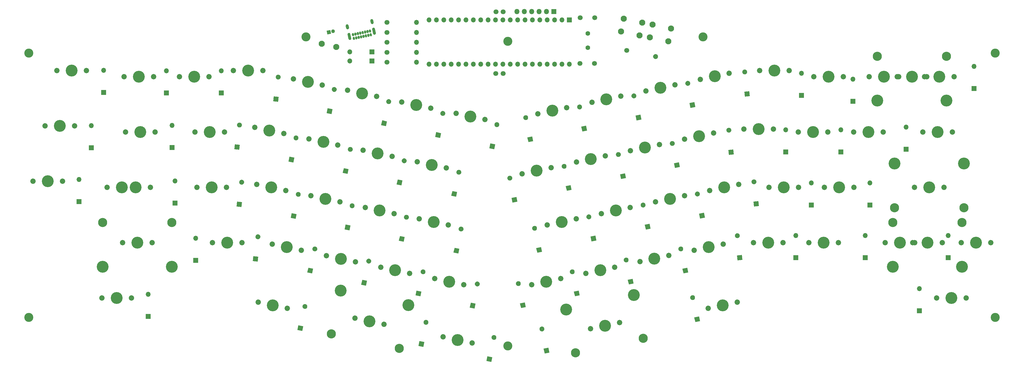
<source format=gbr>
%TF.GenerationSoftware,KiCad,Pcbnew,(5.1.6)-1*%
%TF.CreationDate,2020-08-11T10:36:00-07:00*%
%TF.ProjectId,sesame,73657361-6d65-42e6-9b69-6361645f7063,rev?*%
%TF.SameCoordinates,Original*%
%TF.FileFunction,Soldermask,Top*%
%TF.FilePolarity,Negative*%
%FSLAX46Y46*%
G04 Gerber Fmt 4.6, Leading zero omitted, Abs format (unit mm)*
G04 Created by KiCad (PCBNEW (5.1.6)-1) date 2020-08-11 10:36:00*
%MOMM*%
%LPD*%
G01*
G04 APERTURE LIST*
%ADD10C,3.100000*%
%ADD11C,1.300000*%
%ADD12C,0.100000*%
%ADD13C,4.087800*%
%ADD14C,1.850000*%
%ADD15O,1.800000X1.800000*%
%ADD16R,1.800000X1.800000*%
%ADD17C,3.148000*%
%ADD18O,1.700000X1.700000*%
%ADD19R,1.700000X1.700000*%
%ADD20C,1.600000*%
%ADD21C,2.100000*%
%ADD22C,1.700000*%
G04 APERTURE END LIST*
D10*
%TO.C,REF\u002A\u002A*%
X278955500Y-75565000D03*
%TD*%
D11*
%TO.C,C1*%
X151771721Y-73665632D03*
D12*
G36*
X149803847Y-74748439D02*
G01*
X149533561Y-73476847D01*
X150805153Y-73206561D01*
X151075439Y-74478153D01*
X149803847Y-74748439D01*
G37*
%TD*%
D13*
%TO.C,MX23*%
X185674000Y-119697500D03*
D14*
X180705010Y-118641309D03*
X190642990Y-120753691D03*
%TD*%
D15*
%TO.C,AVR1*%
X215011000Y-66865500D03*
X217551000Y-66865500D03*
X220091000Y-66865500D03*
X222631000Y-66865500D03*
X225171000Y-66865500D03*
D16*
X227711000Y-66865500D03*
%TD*%
D10*
%TO.C,REF\u002A\u002A*%
X142430500Y-75565000D03*
%TD*%
D13*
%TO.C,MX61*%
X356171500Y-146494500D03*
D14*
X351091500Y-146494500D03*
X361251500Y-146494500D03*
D17*
X344265250Y-139509500D03*
X368077750Y-139509500D03*
D13*
X344265250Y-154749500D03*
X368077750Y-154749500D03*
%TD*%
%TO.C,MX59*%
X346710000Y-146494500D03*
D14*
X341630000Y-146494500D03*
X351790000Y-146494500D03*
%TD*%
D13*
%TO.C,MX31*%
X359664000Y-108394500D03*
D14*
X354584000Y-108394500D03*
X364744000Y-108394500D03*
%TD*%
D13*
%TO.C,MX15*%
X350837500Y-89281000D03*
D14*
X345757500Y-89281000D03*
X355917500Y-89281000D03*
D17*
X338931250Y-82296000D03*
X362743750Y-82296000D03*
D13*
X338931250Y-97536000D03*
X362743750Y-97536000D03*
%TD*%
%TO.C,MX33*%
X83820000Y-127444500D03*
D14*
X78740000Y-127444500D03*
X88900000Y-127444500D03*
%TD*%
D13*
%TO.C,MX18*%
X85471000Y-108394500D03*
D14*
X80391000Y-108394500D03*
X90551000Y-108394500D03*
%TD*%
D13*
%TO.C,MX69*%
X79070200Y-127457200D03*
D14*
X73990200Y-127457200D03*
X84150200Y-127457200D03*
%TD*%
D18*
%TO.C,D60*%
X334772000Y-144018000D03*
D19*
X334772000Y-151638000D03*
%TD*%
D18*
%TO.C,U1*%
X233045000Y-85026500D03*
X184785000Y-69786500D03*
X230505000Y-85026500D03*
X187325000Y-69786500D03*
X227965000Y-85026500D03*
X189865000Y-69786500D03*
X225425000Y-85026500D03*
X192405000Y-69786500D03*
X222885000Y-85026500D03*
X194945000Y-69786500D03*
X220345000Y-85026500D03*
X197485000Y-69786500D03*
X217805000Y-85026500D03*
X200025000Y-69786500D03*
X215265000Y-85026500D03*
X202565000Y-69786500D03*
X212725000Y-85026500D03*
X205105000Y-69786500D03*
X210185000Y-85026500D03*
X207645000Y-69786500D03*
X207645000Y-85026500D03*
X210185000Y-69786500D03*
X205105000Y-85026500D03*
X212725000Y-69786500D03*
X202565000Y-85026500D03*
X215265000Y-69786500D03*
X200025000Y-85026500D03*
X217805000Y-69786500D03*
X197485000Y-85026500D03*
X220345000Y-69786500D03*
X194945000Y-85026500D03*
X222885000Y-69786500D03*
X192405000Y-85026500D03*
X225425000Y-69786500D03*
X189865000Y-85026500D03*
X227965000Y-69786500D03*
X187325000Y-85026500D03*
X230505000Y-69786500D03*
X184785000Y-85026500D03*
D19*
X233045000Y-69786500D03*
%TD*%
D13*
%TO.C,MX5*%
X143065500Y-91122500D03*
D14*
X138096510Y-90066309D03*
X148034490Y-92178691D03*
%TD*%
D10*
%TO.C,REF\u002A\u002A*%
X211836000Y-181991000D03*
%TD*%
%TO.C,REF\u002A\u002A*%
X379476000Y-172212000D03*
%TD*%
%TO.C,REF\u002A\u002A*%
X379476000Y-81153000D03*
%TD*%
%TO.C,REF\u002A\u002A*%
X47117000Y-81153000D03*
%TD*%
%TO.C,REF\u002A\u002A*%
X47117000Y-172212000D03*
%TD*%
%TO.C,REF\u002A\u002A*%
X211836000Y-77089000D03*
%TD*%
D20*
%TO.C,XTAL1*%
X239331500Y-79302000D03*
X239331500Y-74422000D03*
%TD*%
D13*
%TO.C,MX24*%
X221742000Y-121666000D03*
D14*
X216773010Y-122722191D03*
X226710990Y-120609809D03*
%TD*%
D13*
%TO.C,MX28*%
X298132500Y-107315000D03*
D14*
X293052500Y-107315000D03*
X303212500Y-107315000D03*
%TD*%
D13*
%TO.C,MX66*%
X245300500Y-175069500D03*
D14*
X240331510Y-176125691D03*
X250269490Y-174013309D03*
D17*
X235106693Y-184377310D03*
X258398833Y-179426412D03*
D13*
X231938119Y-169470340D03*
X255230259Y-164519443D03*
%TD*%
%TO.C,MX65*%
X194564000Y-179959000D03*
D14*
X189595010Y-178902809D03*
X199532990Y-181015191D03*
%TD*%
D13*
%TO.C,MX64*%
X164274500Y-173545500D03*
D14*
X159305510Y-172489309D03*
X169243490Y-174601691D03*
D17*
X151176167Y-177902412D03*
X174468307Y-182853310D03*
D13*
X154344741Y-162995443D03*
X177636881Y-167946340D03*
%TD*%
%TO.C,MX46*%
X356806500Y-127444500D03*
D14*
X351726500Y-127444500D03*
X361886500Y-127444500D03*
D17*
X344900250Y-134429500D03*
X368712750Y-134429500D03*
D13*
X344900250Y-119189500D03*
X368712750Y-119189500D03*
%TD*%
%TO.C,MX47*%
X84391500Y-146494500D03*
D14*
X79311500Y-146494500D03*
X89471500Y-146494500D03*
D17*
X72485250Y-139509500D03*
X96297750Y-139509500D03*
D13*
X72485250Y-154749500D03*
X96297750Y-154749500D03*
%TD*%
%TO.C,MX16*%
X360299000Y-89281000D03*
D14*
X355219000Y-89281000D03*
X365379000Y-89281000D03*
%TD*%
D13*
%TO.C,MX45*%
X341249000Y-89281000D03*
D14*
X336169000Y-89281000D03*
X346329000Y-89281000D03*
%TD*%
D13*
%TO.C,MX68*%
X364426500Y-165544500D03*
D14*
X359346500Y-165544500D03*
X369506500Y-165544500D03*
%TD*%
D13*
%TO.C,MX67*%
X285750000Y-168021000D03*
D14*
X280781010Y-169077191D03*
X290718990Y-166964809D03*
%TD*%
D13*
%TO.C,MX63*%
X131000500Y-168021000D03*
D14*
X126031510Y-166964809D03*
X135969490Y-169077191D03*
%TD*%
D13*
%TO.C,MX62*%
X77279500Y-165481000D03*
D14*
X72199500Y-165481000D03*
X82359500Y-165481000D03*
%TD*%
D13*
%TO.C,MX60*%
X372872000Y-146494500D03*
D14*
X367792000Y-146494500D03*
X377952000Y-146494500D03*
%TD*%
D13*
%TO.C,MX58*%
X320484500Y-146494500D03*
D14*
X315404500Y-146494500D03*
X325564500Y-146494500D03*
%TD*%
D13*
%TO.C,MX57*%
X301434500Y-146494500D03*
D14*
X296354500Y-146494500D03*
X306514500Y-146494500D03*
%TD*%
D13*
%TO.C,MX56*%
X280924000Y-148018500D03*
D14*
X275955010Y-149074691D03*
X285892990Y-146962309D03*
%TD*%
D13*
%TO.C,MX55*%
X262255000Y-151955500D03*
D14*
X257286010Y-153011691D03*
X267223990Y-150899309D03*
%TD*%
D13*
%TO.C,MX54*%
X243649500Y-155956000D03*
D14*
X238680510Y-157012191D03*
X248618490Y-154899809D03*
%TD*%
D13*
%TO.C,MX53*%
X225044000Y-159893000D03*
D14*
X220075010Y-160949191D03*
X230012990Y-158836809D03*
%TD*%
D13*
%TO.C,MX52*%
X191706500Y-159893000D03*
D14*
X186737510Y-158836809D03*
X196675490Y-160949191D03*
%TD*%
D13*
%TO.C,MX51*%
X173101000Y-155956000D03*
D14*
X168132010Y-154899809D03*
X178069990Y-157012191D03*
%TD*%
D13*
%TO.C,MX50*%
X154432000Y-152019000D03*
D14*
X149463010Y-150962809D03*
X159400990Y-153075191D03*
%TD*%
D13*
%TO.C,MX49*%
X135826500Y-148018500D03*
D14*
X130857510Y-146962309D03*
X140795490Y-149074691D03*
%TD*%
D13*
%TO.C,MX48*%
X115316000Y-146431000D03*
D14*
X110236000Y-146431000D03*
X120396000Y-146431000D03*
%TD*%
D13*
%TO.C,MX44*%
X325818500Y-127444500D03*
D14*
X320738500Y-127444500D03*
X330898500Y-127444500D03*
%TD*%
D13*
%TO.C,MX43*%
X306768500Y-127444500D03*
D14*
X301688500Y-127444500D03*
X311848500Y-127444500D03*
%TD*%
D13*
%TO.C,MX42*%
X286258000Y-127444500D03*
D14*
X281289010Y-128500691D03*
X291226990Y-126388309D03*
%TD*%
D13*
%TO.C,MX41*%
X267652500Y-131381500D03*
D14*
X262683510Y-132437691D03*
X272621490Y-130325309D03*
%TD*%
D13*
%TO.C,MX40*%
X248983500Y-135382000D03*
D14*
X244014510Y-136438191D03*
X253952490Y-134325809D03*
%TD*%
D13*
%TO.C,MX39*%
X230378000Y-139319000D03*
D14*
X225409010Y-140375191D03*
X235346990Y-138262809D03*
%TD*%
D13*
%TO.C,MX38*%
X186372500Y-139319000D03*
D14*
X181403510Y-138262809D03*
X191341490Y-140375191D03*
%TD*%
D13*
%TO.C,MX37*%
X167767000Y-135382000D03*
D14*
X162798010Y-134325809D03*
X172735990Y-136438191D03*
%TD*%
D13*
%TO.C,MX36*%
X149098000Y-131381500D03*
D14*
X144129010Y-130325309D03*
X154066990Y-132437691D03*
%TD*%
D13*
%TO.C,MX35*%
X130492500Y-127444500D03*
D14*
X125523510Y-126388309D03*
X135461490Y-128500691D03*
%TD*%
D13*
%TO.C,MX34*%
X109982000Y-127444500D03*
D14*
X104902000Y-127444500D03*
X115062000Y-127444500D03*
%TD*%
D13*
%TO.C,MX32*%
X53594000Y-125285500D03*
D14*
X48514000Y-125285500D03*
X58674000Y-125285500D03*
%TD*%
D13*
%TO.C,MX30*%
X335851500Y-108394500D03*
D14*
X330771500Y-108394500D03*
X340931500Y-108394500D03*
%TD*%
D13*
%TO.C,MX29*%
X316801500Y-108394500D03*
D14*
X311721500Y-108394500D03*
X321881500Y-108394500D03*
%TD*%
D13*
%TO.C,MX27*%
X277622000Y-109791500D03*
D14*
X272653010Y-110847691D03*
X282590990Y-108735309D03*
%TD*%
D13*
%TO.C,MX26*%
X259016500Y-113728500D03*
D14*
X254047510Y-114784691D03*
X263985490Y-112672309D03*
%TD*%
D13*
%TO.C,MX25*%
X240411000Y-117665500D03*
D14*
X235442010Y-118721691D03*
X245379990Y-116609309D03*
%TD*%
D13*
%TO.C,MX22*%
X167068500Y-115697000D03*
D14*
X162099510Y-114640809D03*
X172037490Y-116753191D03*
%TD*%
D13*
%TO.C,MX21*%
X148399500Y-111760000D03*
D14*
X143430510Y-110703809D03*
X153368490Y-112816191D03*
%TD*%
D13*
%TO.C,MX20*%
X129794000Y-107823000D03*
D14*
X124825010Y-106766809D03*
X134762990Y-108879191D03*
%TD*%
D13*
%TO.C,MX19*%
X109283500Y-108394500D03*
D14*
X104203500Y-108394500D03*
X114363500Y-108394500D03*
%TD*%
D13*
%TO.C,MX17*%
X57721500Y-106235500D03*
D14*
X52641500Y-106235500D03*
X62801500Y-106235500D03*
%TD*%
D13*
%TO.C,MX14*%
X322199000Y-89281000D03*
D14*
X317119000Y-89281000D03*
X327279000Y-89281000D03*
%TD*%
D13*
%TO.C,MX13*%
X303530000Y-87185500D03*
D14*
X298450000Y-87185500D03*
X308610000Y-87185500D03*
%TD*%
D13*
%TO.C,MX12*%
X283019500Y-89154000D03*
D14*
X278050510Y-90210191D03*
X287988490Y-88097809D03*
%TD*%
D13*
%TO.C,MX11*%
X264350500Y-93154500D03*
D14*
X259381510Y-94210691D03*
X269319490Y-92098309D03*
%TD*%
D13*
%TO.C,MX10*%
X245745000Y-97091500D03*
D14*
X240776010Y-98147691D03*
X250713990Y-96035309D03*
%TD*%
D13*
%TO.C,MX9*%
X227139500Y-101028500D03*
D14*
X222170510Y-102084691D03*
X232108490Y-99972309D03*
%TD*%
D13*
%TO.C,MX8*%
X199009000Y-102997000D03*
D14*
X194040010Y-101940809D03*
X203977990Y-104053191D03*
%TD*%
D13*
%TO.C,MX7*%
X180340000Y-99060000D03*
D14*
X175371010Y-98003809D03*
X185308990Y-100116191D03*
%TD*%
D13*
%TO.C,MX6*%
X161734500Y-95059500D03*
D14*
X156765510Y-94003309D03*
X166703490Y-96115691D03*
%TD*%
D13*
%TO.C,MX4*%
X122555000Y-87185500D03*
D14*
X117475000Y-87185500D03*
X127635000Y-87185500D03*
%TD*%
D13*
%TO.C,MX3*%
X103981250Y-89281000D03*
D14*
X98901250Y-89281000D03*
X109061250Y-89281000D03*
%TD*%
D13*
%TO.C,MX2*%
X84931250Y-89281000D03*
D14*
X79851250Y-89281000D03*
X90011250Y-89281000D03*
%TD*%
D13*
%TO.C,MX1*%
X61849000Y-87185500D03*
D14*
X56769000Y-87185500D03*
X66929000Y-87185500D03*
%TD*%
%TO.C,USB1*%
G36*
G01*
X163373821Y-74984970D02*
X163446590Y-75327322D01*
G75*
G02*
X163157752Y-75772094I-366805J-77967D01*
G01*
X163157752Y-75772094D01*
G75*
G02*
X162712980Y-75483256I-77967J366805D01*
G01*
X162640210Y-75140904D01*
G75*
G02*
X162929048Y-74696132I366805J77967D01*
G01*
X162929048Y-74696132D01*
G75*
G02*
X163373820Y-74984970I77967J-366805D01*
G01*
G37*
G36*
G01*
X165036671Y-74631520D02*
X165109440Y-74973872D01*
G75*
G02*
X164820602Y-75418644I-366805J-77967D01*
G01*
X164820602Y-75418644D01*
G75*
G02*
X164375830Y-75129806I-77967J366805D01*
G01*
X164303060Y-74787454D01*
G75*
G02*
X164591898Y-74342682I366805J77967D01*
G01*
X164591898Y-74342682D01*
G75*
G02*
X165036670Y-74631520I77967J-366805D01*
G01*
G37*
G36*
G01*
X164205246Y-74808245D02*
X164278015Y-75150597D01*
G75*
G02*
X163989177Y-75595369I-366805J-77967D01*
G01*
X163989177Y-75595369D01*
G75*
G02*
X163544405Y-75306531I-77967J366805D01*
G01*
X163471635Y-74964179D01*
G75*
G02*
X163760473Y-74519407I366805J77967D01*
G01*
X163760473Y-74519407D01*
G75*
G02*
X164205245Y-74808245I77967J-366805D01*
G01*
G37*
G36*
G01*
X162542395Y-75161695D02*
X162615164Y-75504047D01*
G75*
G02*
X162326326Y-75948819I-366805J-77967D01*
G01*
X162326326Y-75948819D01*
G75*
G02*
X161881554Y-75659981I-77967J366805D01*
G01*
X161808784Y-75317629D01*
G75*
G02*
X162097622Y-74872857I366805J77967D01*
G01*
X162097622Y-74872857D01*
G75*
G02*
X162542394Y-75161695I77967J-366805D01*
G01*
G37*
G36*
G01*
X161710970Y-75338420D02*
X161783739Y-75680772D01*
G75*
G02*
X161494901Y-76125544I-366805J-77967D01*
G01*
X161494901Y-76125544D01*
G75*
G02*
X161050129Y-75836706I-77967J366805D01*
G01*
X160977359Y-75494354D01*
G75*
G02*
X161266197Y-75049582I366805J77967D01*
G01*
X161266197Y-75049582D01*
G75*
G02*
X161710969Y-75338420I77967J-366805D01*
G01*
G37*
G36*
G01*
X160879544Y-75515145D02*
X160952313Y-75857497D01*
G75*
G02*
X160663475Y-76302269I-366805J-77967D01*
G01*
X160663475Y-76302269D01*
G75*
G02*
X160218703Y-76013431I-77967J366805D01*
G01*
X160145933Y-75671079D01*
G75*
G02*
X160434771Y-75226307I366805J77967D01*
G01*
X160434771Y-75226307D01*
G75*
G02*
X160879543Y-75515145I77967J-366805D01*
G01*
G37*
G36*
G01*
X160048119Y-75691870D02*
X160120888Y-76034222D01*
G75*
G02*
X159832050Y-76478994I-366805J-77967D01*
G01*
X159832050Y-76478994D01*
G75*
G02*
X159387278Y-76190156I-77967J366805D01*
G01*
X159314508Y-75847804D01*
G75*
G02*
X159603346Y-75403032I366805J77967D01*
G01*
X159603346Y-75403032D01*
G75*
G02*
X160048118Y-75691870I77967J-366805D01*
G01*
G37*
G36*
G01*
X159216693Y-75868595D02*
X159289462Y-76210947D01*
G75*
G02*
X159000624Y-76655719I-366805J-77967D01*
G01*
X159000624Y-76655719D01*
G75*
G02*
X158555852Y-76366881I-77967J366805D01*
G01*
X158483082Y-76024529D01*
G75*
G02*
X158771920Y-75579757I366805J77967D01*
G01*
X158771920Y-75579757D01*
G75*
G02*
X159216692Y-75868595I77967J-366805D01*
G01*
G37*
G36*
G01*
X164761188Y-73335475D02*
X164833957Y-73677827D01*
G75*
G02*
X164545119Y-74122599I-366805J-77967D01*
G01*
X164545119Y-74122599D01*
G75*
G02*
X164100347Y-73833761I-77967J366805D01*
G01*
X164027577Y-73491409D01*
G75*
G02*
X164316415Y-73046637I366805J77967D01*
G01*
X164316415Y-73046637D01*
G75*
G02*
X164761187Y-73335475I77967J-366805D01*
G01*
G37*
G36*
G01*
X163924872Y-73513239D02*
X163997641Y-73855591D01*
G75*
G02*
X163708803Y-74300363I-366805J-77967D01*
G01*
X163708803Y-74300363D01*
G75*
G02*
X163264031Y-74011525I-77967J366805D01*
G01*
X163191261Y-73669173D01*
G75*
G02*
X163480099Y-73224401I366805J77967D01*
G01*
X163480099Y-73224401D01*
G75*
G02*
X163924871Y-73513239I77967J-366805D01*
G01*
G37*
G36*
G01*
X163093447Y-73689964D02*
X163166216Y-74032316D01*
G75*
G02*
X162877378Y-74477088I-366805J-77967D01*
G01*
X162877378Y-74477088D01*
G75*
G02*
X162432606Y-74188250I-77967J366805D01*
G01*
X162359836Y-73845898D01*
G75*
G02*
X162648674Y-73401126I366805J77967D01*
G01*
X162648674Y-73401126D01*
G75*
G02*
X163093446Y-73689964I77967J-366805D01*
G01*
G37*
G36*
G01*
X162262021Y-73866689D02*
X162334790Y-74209041D01*
G75*
G02*
X162045952Y-74653813I-366805J-77967D01*
G01*
X162045952Y-74653813D01*
G75*
G02*
X161601180Y-74364975I-77967J366805D01*
G01*
X161528410Y-74022623D01*
G75*
G02*
X161817248Y-73577851I366805J77967D01*
G01*
X161817248Y-73577851D01*
G75*
G02*
X162262020Y-73866689I77967J-366805D01*
G01*
G37*
G36*
G01*
X161430596Y-74043414D02*
X161503365Y-74385766D01*
G75*
G02*
X161214527Y-74830538I-366805J-77967D01*
G01*
X161214527Y-74830538D01*
G75*
G02*
X160769755Y-74541700I-77967J366805D01*
G01*
X160696985Y-74199348D01*
G75*
G02*
X160985823Y-73754576I366805J77967D01*
G01*
X160985823Y-73754576D01*
G75*
G02*
X161430595Y-74043414I77967J-366805D01*
G01*
G37*
G36*
G01*
X160599170Y-74220139D02*
X160671939Y-74562491D01*
G75*
G02*
X160383101Y-75007263I-366805J-77967D01*
G01*
X160383101Y-75007263D01*
G75*
G02*
X159938329Y-74718425I-77967J366805D01*
G01*
X159865559Y-74376073D01*
G75*
G02*
X160154397Y-73931301I366805J77967D01*
G01*
X160154397Y-73931301D01*
G75*
G02*
X160599169Y-74220139I77967J-366805D01*
G01*
G37*
G36*
G01*
X159767745Y-74396864D02*
X159840514Y-74739216D01*
G75*
G02*
X159551676Y-75183988I-366805J-77967D01*
G01*
X159551676Y-75183988D01*
G75*
G02*
X159106904Y-74895150I-77967J366805D01*
G01*
X159034134Y-74552798D01*
G75*
G02*
X159322972Y-74108026I366805J77967D01*
G01*
X159322972Y-74108026D01*
G75*
G02*
X159767744Y-74396864I77967J-366805D01*
G01*
G37*
G36*
G01*
X158936319Y-74573589D02*
X159009088Y-74915941D01*
G75*
G02*
X158720250Y-75360713I-366805J-77967D01*
G01*
X158720250Y-75360713D01*
G75*
G02*
X158275478Y-75071875I-77967J366805D01*
G01*
X158202708Y-74729523D01*
G75*
G02*
X158491546Y-74284751I366805J77967D01*
G01*
X158491546Y-74284751D01*
G75*
G02*
X158936318Y-74573589I77967J-366805D01*
G01*
G37*
G36*
G01*
X166156136Y-72803831D02*
X166468004Y-74271053D01*
G75*
G02*
X166082886Y-74864083I-489074J-103956D01*
G01*
X166082886Y-74864083D01*
G75*
G02*
X165489856Y-74478965I-103956J489074D01*
G01*
X165177988Y-73011743D01*
G75*
G02*
X165563106Y-72418713I489074J103956D01*
G01*
X165563106Y-72418713D01*
G75*
G02*
X166156136Y-72803831I103956J-489074D01*
G01*
G37*
G36*
G01*
X157695159Y-74602267D02*
X158007027Y-76069489D01*
G75*
G02*
X157621909Y-76662519I-489074J-103956D01*
G01*
X157621909Y-76662519D01*
G75*
G02*
X157028879Y-76277401I-103956J489074D01*
G01*
X156717011Y-74810179D01*
G75*
G02*
X157102129Y-74217149I489074J103956D01*
G01*
X157102129Y-74217149D01*
G75*
G02*
X157695159Y-74602267I103956J-489074D01*
G01*
G37*
G36*
G01*
X165526164Y-69840044D02*
X165692494Y-70622562D01*
G75*
G02*
X165307376Y-71215592I-489074J-103956D01*
G01*
X165307376Y-71215592D01*
G75*
G02*
X164714346Y-70830474I-103956J489074D01*
G01*
X164548016Y-70047956D01*
G75*
G02*
X164933134Y-69454926I489074J103956D01*
G01*
X164933134Y-69454926D01*
G75*
G02*
X165526164Y-69840044I103956J-489074D01*
G01*
G37*
G36*
G01*
X157065187Y-71638480D02*
X157231517Y-72420998D01*
G75*
G02*
X156846399Y-73014028I-489074J-103956D01*
G01*
X156846399Y-73014028D01*
G75*
G02*
X156253369Y-72628910I-103956J489074D01*
G01*
X156087039Y-71846392D01*
G75*
G02*
X156472157Y-71253362I489074J103956D01*
G01*
X156472157Y-71253362D01*
G75*
G02*
X157065187Y-71638480I103956J-489074D01*
G01*
G37*
%TD*%
D21*
%TO.C,Reset1*%
X267977959Y-72725426D03*
X267042357Y-77127090D03*
X261620000Y-71374000D03*
X260684397Y-75775664D03*
%TD*%
%TO.C,R6*%
G36*
G01*
X261836555Y-82199658D02*
X261836555Y-82199658D01*
G75*
G02*
X262844705Y-81544958I831425J-176725D01*
G01*
X262844705Y-81544958D01*
G75*
G02*
X263499405Y-82553108I-176725J-831425D01*
G01*
X263499405Y-82553108D01*
G75*
G02*
X262491255Y-83207808I-831425J176725D01*
G01*
X262491255Y-83207808D01*
G75*
G02*
X261836555Y-82199658I176725J831425D01*
G01*
G37*
D22*
X252730000Y-80264000D03*
%TD*%
D18*
%TO.C,R5*%
X180403500Y-70612000D03*
D22*
X170243500Y-70612000D03*
%TD*%
D18*
%TO.C,R4*%
X180403500Y-74041000D03*
D22*
X170243500Y-74041000D03*
%TD*%
D18*
%TO.C,R3*%
X180403500Y-80899000D03*
D22*
X170243500Y-80899000D03*
%TD*%
D18*
%TO.C,R2*%
X180403500Y-77470000D03*
D22*
X170243500Y-77470000D03*
%TD*%
D18*
%TO.C,R1*%
X180403500Y-84328000D03*
D22*
X170243500Y-84328000D03*
%TD*%
D21*
%TO.C,F1*%
X152794911Y-79043973D03*
X147828000Y-77978000D03*
%TD*%
D18*
%TO.C,D68*%
X353441000Y-162306000D03*
D19*
X353441000Y-169926000D03*
%TD*%
%TO.C,D67*%
G36*
G01*
X275579438Y-166224940D02*
X275579438Y-166224940D01*
G75*
G02*
X274571288Y-165570240I-176725J831425D01*
G01*
X274571288Y-165570240D01*
G75*
G02*
X275225988Y-164562090I831425J176725D01*
G01*
X275225988Y-164562090D01*
G75*
G02*
X276234138Y-165216790I176725J-831425D01*
G01*
X276234138Y-165216790D01*
G75*
G02*
X275579438Y-166224940I-831425J-176725D01*
G01*
G37*
D12*
G36*
X277995150Y-173501701D02*
G01*
X276332299Y-173855150D01*
X275978850Y-172192299D01*
X277641701Y-171838850D01*
X277995150Y-173501701D01*
G37*
%TD*%
%TO.C,D66*%
G36*
G01*
X223763438Y-177019940D02*
X223763438Y-177019940D01*
G75*
G02*
X222755288Y-176365240I-176725J831425D01*
G01*
X222755288Y-176365240D01*
G75*
G02*
X223409988Y-175357090I831425J176725D01*
G01*
X223409988Y-175357090D01*
G75*
G02*
X224418138Y-176011790I176725J-831425D01*
G01*
X224418138Y-176011790D01*
G75*
G02*
X223763438Y-177019940I-831425J-176725D01*
G01*
G37*
G36*
X226179150Y-184296701D02*
G01*
X224516299Y-184650150D01*
X224162850Y-182987299D01*
X225825701Y-182633850D01*
X226179150Y-184296701D01*
G37*
%TD*%
%TO.C,D65*%
G36*
G01*
X206893562Y-179940940D02*
X206893562Y-179940940D01*
G75*
G02*
X206238862Y-178932790I176725J831425D01*
G01*
X206238862Y-178932790D01*
G75*
G02*
X207247012Y-178278090I831425J-176725D01*
G01*
X207247012Y-178278090D01*
G75*
G02*
X207901712Y-179286240I-176725J-831425D01*
G01*
X207901712Y-179286240D01*
G75*
G02*
X206893562Y-179940940I-831425J176725D01*
G01*
G37*
G36*
X206140701Y-187571150D02*
G01*
X204477850Y-187217701D01*
X204831299Y-185554850D01*
X206494150Y-185908299D01*
X206140701Y-187571150D01*
G37*
%TD*%
%TO.C,D64*%
G36*
G01*
X183525562Y-174733940D02*
X183525562Y-174733940D01*
G75*
G02*
X182870862Y-173725790I176725J831425D01*
G01*
X182870862Y-173725790D01*
G75*
G02*
X183879012Y-173071090I831425J-176725D01*
G01*
X183879012Y-173071090D01*
G75*
G02*
X184533712Y-174079240I-176725J-831425D01*
G01*
X184533712Y-174079240D01*
G75*
G02*
X183525562Y-174733940I-831425J176725D01*
G01*
G37*
G36*
X182772701Y-182364150D02*
G01*
X181109850Y-182010701D01*
X181463299Y-180347850D01*
X183126150Y-180701299D01*
X182772701Y-182364150D01*
G37*
%TD*%
%TO.C,D63*%
G36*
G01*
X141869562Y-169272940D02*
X141869562Y-169272940D01*
G75*
G02*
X141214862Y-168264790I176725J831425D01*
G01*
X141214862Y-168264790D01*
G75*
G02*
X142223012Y-167610090I831425J-176725D01*
G01*
X142223012Y-167610090D01*
G75*
G02*
X142877712Y-168618240I-176725J-831425D01*
G01*
X142877712Y-168618240D01*
G75*
G02*
X141869562Y-169272940I-831425J176725D01*
G01*
G37*
G36*
X141116701Y-176903150D02*
G01*
X139453850Y-176549701D01*
X139807299Y-174886850D01*
X141470150Y-175240299D01*
X141116701Y-176903150D01*
G37*
%TD*%
D18*
%TO.C,D62*%
X88138000Y-164211000D03*
D19*
X88138000Y-171831000D03*
%TD*%
D18*
%TO.C,D61*%
X363347000Y-144018000D03*
D19*
X363347000Y-151638000D03*
%TD*%
D18*
%TO.C,D59*%
X310896000Y-144018000D03*
D19*
X310896000Y-151638000D03*
%TD*%
%TO.C,D58*%
G36*
G01*
X290884342Y-144905087D02*
X290884342Y-144905087D01*
G75*
G02*
X289950149Y-144148592I-88849J845344D01*
G01*
X289950149Y-144148592D01*
G75*
G02*
X290706644Y-143214399I845344J88849D01*
G01*
X290706644Y-143214399D01*
G75*
G02*
X291640837Y-143970894I88849J-845344D01*
G01*
X291640837Y-143970894D01*
G75*
G02*
X290884342Y-144905087I-845344J-88849D01*
G01*
G37*
D12*
G36*
X292526193Y-152394494D02*
G01*
X290835506Y-152572193D01*
X290657807Y-150881506D01*
X292348494Y-150703807D01*
X292526193Y-152394494D01*
G37*
%TD*%
%TO.C,D57*%
G36*
G01*
X271515438Y-149460940D02*
X271515438Y-149460940D01*
G75*
G02*
X270507288Y-148806240I-176725J831425D01*
G01*
X270507288Y-148806240D01*
G75*
G02*
X271161988Y-147798090I831425J176725D01*
G01*
X271161988Y-147798090D01*
G75*
G02*
X272170138Y-148452790I176725J-831425D01*
G01*
X272170138Y-148452790D01*
G75*
G02*
X271515438Y-149460940I-831425J-176725D01*
G01*
G37*
G36*
X273931150Y-156737701D02*
G01*
X272268299Y-157091150D01*
X271914850Y-155428299D01*
X273577701Y-155074850D01*
X273931150Y-156737701D01*
G37*
%TD*%
%TO.C,D56*%
G36*
G01*
X252719438Y-153270940D02*
X252719438Y-153270940D01*
G75*
G02*
X251711288Y-152616240I-176725J831425D01*
G01*
X251711288Y-152616240D01*
G75*
G02*
X252365988Y-151608090I831425J176725D01*
G01*
X252365988Y-151608090D01*
G75*
G02*
X253374138Y-152262790I176725J-831425D01*
G01*
X253374138Y-152262790D01*
G75*
G02*
X252719438Y-153270940I-831425J-176725D01*
G01*
G37*
G36*
X255135150Y-160547701D02*
G01*
X253472299Y-160901150D01*
X253118850Y-159238299D01*
X254781701Y-158884850D01*
X255135150Y-160547701D01*
G37*
%TD*%
%TO.C,D55*%
G36*
G01*
X234177438Y-157334940D02*
X234177438Y-157334940D01*
G75*
G02*
X233169288Y-156680240I-176725J831425D01*
G01*
X233169288Y-156680240D01*
G75*
G02*
X233823988Y-155672090I831425J176725D01*
G01*
X233823988Y-155672090D01*
G75*
G02*
X234832138Y-156326790I176725J-831425D01*
G01*
X234832138Y-156326790D01*
G75*
G02*
X234177438Y-157334940I-831425J-176725D01*
G01*
G37*
G36*
X236593150Y-164611701D02*
G01*
X234930299Y-164965150D01*
X234576850Y-163302299D01*
X236239701Y-162948850D01*
X236593150Y-164611701D01*
G37*
%TD*%
%TO.C,D54*%
G36*
G01*
X215635438Y-161398940D02*
X215635438Y-161398940D01*
G75*
G02*
X214627288Y-160744240I-176725J831425D01*
G01*
X214627288Y-160744240D01*
G75*
G02*
X215281988Y-159736090I831425J176725D01*
G01*
X215281988Y-159736090D01*
G75*
G02*
X216290138Y-160390790I176725J-831425D01*
G01*
X216290138Y-160390790D01*
G75*
G02*
X215635438Y-161398940I-831425J-176725D01*
G01*
G37*
G36*
X218051150Y-168675701D02*
G01*
X216388299Y-169029150D01*
X216034850Y-167366299D01*
X217697701Y-167012850D01*
X218051150Y-168675701D01*
G37*
%TD*%
%TO.C,D53*%
G36*
G01*
X201178562Y-161525940D02*
X201178562Y-161525940D01*
G75*
G02*
X200523862Y-160517790I176725J831425D01*
G01*
X200523862Y-160517790D01*
G75*
G02*
X201532012Y-159863090I831425J-176725D01*
G01*
X201532012Y-159863090D01*
G75*
G02*
X202186712Y-160871240I-176725J-831425D01*
G01*
X202186712Y-160871240D01*
G75*
G02*
X201178562Y-161525940I-831425J176725D01*
G01*
G37*
G36*
X200425701Y-169156150D02*
G01*
X198762850Y-168802701D01*
X199116299Y-167139850D01*
X200779150Y-167493299D01*
X200425701Y-169156150D01*
G37*
%TD*%
%TO.C,D52*%
G36*
G01*
X182509562Y-157334940D02*
X182509562Y-157334940D01*
G75*
G02*
X181854862Y-156326790I176725J831425D01*
G01*
X181854862Y-156326790D01*
G75*
G02*
X182863012Y-155672090I831425J-176725D01*
G01*
X182863012Y-155672090D01*
G75*
G02*
X183517712Y-156680240I-176725J-831425D01*
G01*
X183517712Y-156680240D01*
G75*
G02*
X182509562Y-157334940I-831425J176725D01*
G01*
G37*
G36*
X181756701Y-164965150D02*
G01*
X180093850Y-164611701D01*
X180447299Y-162948850D01*
X182110150Y-163302299D01*
X181756701Y-164965150D01*
G37*
%TD*%
%TO.C,D51*%
G36*
G01*
X163840562Y-153651940D02*
X163840562Y-153651940D01*
G75*
G02*
X163185862Y-152643790I176725J831425D01*
G01*
X163185862Y-152643790D01*
G75*
G02*
X164194012Y-151989090I831425J-176725D01*
G01*
X164194012Y-151989090D01*
G75*
G02*
X164848712Y-152997240I-176725J-831425D01*
G01*
X164848712Y-152997240D01*
G75*
G02*
X163840562Y-153651940I-831425J176725D01*
G01*
G37*
G36*
X163087701Y-161282150D02*
G01*
X161424850Y-160928701D01*
X161778299Y-159265850D01*
X163441150Y-159619299D01*
X163087701Y-161282150D01*
G37*
%TD*%
%TO.C,D50*%
G36*
G01*
X145298562Y-149460940D02*
X145298562Y-149460940D01*
G75*
G02*
X144643862Y-148452790I176725J831425D01*
G01*
X144643862Y-148452790D01*
G75*
G02*
X145652012Y-147798090I831425J-176725D01*
G01*
X145652012Y-147798090D01*
G75*
G02*
X146306712Y-148806240I-176725J-831425D01*
G01*
X146306712Y-148806240D01*
G75*
G02*
X145298562Y-149460940I-831425J176725D01*
G01*
G37*
G36*
X144545701Y-157091150D02*
G01*
X142882850Y-156737701D01*
X143236299Y-155074850D01*
X144899150Y-155428299D01*
X144545701Y-157091150D01*
G37*
%TD*%
%TO.C,D49*%
G36*
G01*
X125802658Y-145286087D02*
X125802658Y-145286087D01*
G75*
G02*
X125046163Y-144351894I88849J845344D01*
G01*
X125046163Y-144351894D01*
G75*
G02*
X125980356Y-143595399I845344J-88849D01*
G01*
X125980356Y-143595399D01*
G75*
G02*
X126736851Y-144529592I-88849J-845344D01*
G01*
X126736851Y-144529592D01*
G75*
G02*
X125802658Y-145286087I-845344J88849D01*
G01*
G37*
G36*
X125851494Y-152953193D02*
G01*
X124160807Y-152775494D01*
X124338506Y-151084807D01*
X126029193Y-151262506D01*
X125851494Y-152953193D01*
G37*
%TD*%
D18*
%TO.C,D48*%
X104521000Y-144907000D03*
D19*
X104521000Y-152527000D03*
%TD*%
D18*
%TO.C,D47*%
X336423000Y-125857000D03*
D19*
X336423000Y-133477000D03*
%TD*%
D18*
%TO.C,D45*%
X316230000Y-125857000D03*
D19*
X316230000Y-133477000D03*
%TD*%
%TO.C,D44*%
G36*
G01*
X296599342Y-126363087D02*
X296599342Y-126363087D01*
G75*
G02*
X295665149Y-125606592I-88849J845344D01*
G01*
X295665149Y-125606592D01*
G75*
G02*
X296421644Y-124672399I845344J88849D01*
G01*
X296421644Y-124672399D01*
G75*
G02*
X297355837Y-125428894I88849J-845344D01*
G01*
X297355837Y-125428894D01*
G75*
G02*
X296599342Y-126363087I-845344J-88849D01*
G01*
G37*
D12*
G36*
X298241193Y-133852494D02*
G01*
X296550506Y-134030193D01*
X296372807Y-132339506D01*
X298063494Y-132161807D01*
X298241193Y-133852494D01*
G37*
%TD*%
%TO.C,D43*%
G36*
G01*
X277230438Y-130537940D02*
X277230438Y-130537940D01*
G75*
G02*
X276222288Y-129883240I-176725J831425D01*
G01*
X276222288Y-129883240D01*
G75*
G02*
X276876988Y-128875090I831425J176725D01*
G01*
X276876988Y-128875090D01*
G75*
G02*
X277885138Y-129529790I176725J-831425D01*
G01*
X277885138Y-129529790D01*
G75*
G02*
X277230438Y-130537940I-831425J-176725D01*
G01*
G37*
G36*
X279646150Y-137814701D02*
G01*
X277983299Y-138168150D01*
X277629850Y-136505299D01*
X279292701Y-136151850D01*
X279646150Y-137814701D01*
G37*
%TD*%
%TO.C,D42*%
G36*
G01*
X258561438Y-134347940D02*
X258561438Y-134347940D01*
G75*
G02*
X257553288Y-133693240I-176725J831425D01*
G01*
X257553288Y-133693240D01*
G75*
G02*
X258207988Y-132685090I831425J176725D01*
G01*
X258207988Y-132685090D01*
G75*
G02*
X259216138Y-133339790I176725J-831425D01*
G01*
X259216138Y-133339790D01*
G75*
G02*
X258561438Y-134347940I-831425J-176725D01*
G01*
G37*
G36*
X260977150Y-141624701D02*
G01*
X259314299Y-141978150D01*
X258960850Y-140315299D01*
X260623701Y-139961850D01*
X260977150Y-141624701D01*
G37*
%TD*%
%TO.C,D41*%
G36*
G01*
X239892438Y-138411940D02*
X239892438Y-138411940D01*
G75*
G02*
X238884288Y-137757240I-176725J831425D01*
G01*
X238884288Y-137757240D01*
G75*
G02*
X239538988Y-136749090I831425J176725D01*
G01*
X239538988Y-136749090D01*
G75*
G02*
X240547138Y-137403790I176725J-831425D01*
G01*
X240547138Y-137403790D01*
G75*
G02*
X239892438Y-138411940I-831425J-176725D01*
G01*
G37*
G36*
X242308150Y-145688701D02*
G01*
X240645299Y-146042150D01*
X240291850Y-144379299D01*
X241954701Y-144025850D01*
X242308150Y-145688701D01*
G37*
%TD*%
%TO.C,D40*%
G36*
G01*
X221223438Y-142348940D02*
X221223438Y-142348940D01*
G75*
G02*
X220215288Y-141694240I-176725J831425D01*
G01*
X220215288Y-141694240D01*
G75*
G02*
X220869988Y-140686090I831425J176725D01*
G01*
X220869988Y-140686090D01*
G75*
G02*
X221878138Y-141340790I176725J-831425D01*
G01*
X221878138Y-141340790D01*
G75*
G02*
X221223438Y-142348940I-831425J-176725D01*
G01*
G37*
G36*
X223639150Y-149625701D02*
G01*
X221976299Y-149979150D01*
X221622850Y-148316299D01*
X223285701Y-147962850D01*
X223639150Y-149625701D01*
G37*
%TD*%
%TO.C,D39*%
G36*
G01*
X195590562Y-142602940D02*
X195590562Y-142602940D01*
G75*
G02*
X194935862Y-141594790I176725J831425D01*
G01*
X194935862Y-141594790D01*
G75*
G02*
X195944012Y-140940090I831425J-176725D01*
G01*
X195944012Y-140940090D01*
G75*
G02*
X196598712Y-141948240I-176725J-831425D01*
G01*
X196598712Y-141948240D01*
G75*
G02*
X195590562Y-142602940I-831425J176725D01*
G01*
G37*
G36*
X194837701Y-150233150D02*
G01*
X193174850Y-149879701D01*
X193528299Y-148216850D01*
X195191150Y-148570299D01*
X194837701Y-150233150D01*
G37*
%TD*%
%TO.C,D38*%
G36*
G01*
X176794562Y-138538940D02*
X176794562Y-138538940D01*
G75*
G02*
X176139862Y-137530790I176725J831425D01*
G01*
X176139862Y-137530790D01*
G75*
G02*
X177148012Y-136876090I831425J-176725D01*
G01*
X177148012Y-136876090D01*
G75*
G02*
X177802712Y-137884240I-176725J-831425D01*
G01*
X177802712Y-137884240D01*
G75*
G02*
X176794562Y-138538940I-831425J176725D01*
G01*
G37*
G36*
X176041701Y-146169150D02*
G01*
X174378850Y-145815701D01*
X174732299Y-144152850D01*
X176395150Y-144506299D01*
X176041701Y-146169150D01*
G37*
%TD*%
%TO.C,D37*%
G36*
G01*
X158125562Y-134601940D02*
X158125562Y-134601940D01*
G75*
G02*
X157470862Y-133593790I176725J831425D01*
G01*
X157470862Y-133593790D01*
G75*
G02*
X158479012Y-132939090I831425J-176725D01*
G01*
X158479012Y-132939090D01*
G75*
G02*
X159133712Y-133947240I-176725J-831425D01*
G01*
X159133712Y-133947240D01*
G75*
G02*
X158125562Y-134601940I-831425J176725D01*
G01*
G37*
G36*
X157372701Y-142232150D02*
G01*
X155709850Y-141878701D01*
X156063299Y-140215850D01*
X157726150Y-140569299D01*
X157372701Y-142232150D01*
G37*
%TD*%
%TO.C,D36*%
G36*
G01*
X139583562Y-130664940D02*
X139583562Y-130664940D01*
G75*
G02*
X138928862Y-129656790I176725J831425D01*
G01*
X138928862Y-129656790D01*
G75*
G02*
X139937012Y-129002090I831425J-176725D01*
G01*
X139937012Y-129002090D01*
G75*
G02*
X140591712Y-130010240I-176725J-831425D01*
G01*
X140591712Y-130010240D01*
G75*
G02*
X139583562Y-130664940I-831425J176725D01*
G01*
G37*
G36*
X138830701Y-138295150D02*
G01*
X137167850Y-137941701D01*
X137521299Y-136278850D01*
X139184150Y-136632299D01*
X138830701Y-138295150D01*
G37*
%TD*%
%TO.C,D35*%
G36*
G01*
X120214658Y-126490087D02*
X120214658Y-126490087D01*
G75*
G02*
X119458163Y-125555894I88849J845344D01*
G01*
X119458163Y-125555894D01*
G75*
G02*
X120392356Y-124799399I845344J-88849D01*
G01*
X120392356Y-124799399D01*
G75*
G02*
X121148851Y-125733592I-88849J-845344D01*
G01*
X121148851Y-125733592D01*
G75*
G02*
X120214658Y-126490087I-845344J88849D01*
G01*
G37*
G36*
X120263494Y-134157193D02*
G01*
X118572807Y-133979494D01*
X118750506Y-132288807D01*
X120441193Y-132466506D01*
X120263494Y-134157193D01*
G37*
%TD*%
D18*
%TO.C,D34*%
X97409000Y-125222000D03*
D19*
X97409000Y-132842000D03*
%TD*%
D18*
%TO.C,D33*%
X64389000Y-124714000D03*
D19*
X64389000Y-132334000D03*
%TD*%
D18*
%TO.C,D32*%
X348869000Y-106680000D03*
D19*
X348869000Y-114300000D03*
%TD*%
D18*
%TO.C,D31*%
X326390000Y-107569000D03*
D19*
X326390000Y-115189000D03*
%TD*%
D18*
%TO.C,D30*%
X307467000Y-107569000D03*
D19*
X307467000Y-115189000D03*
%TD*%
%TO.C,D29*%
G36*
G01*
X287963342Y-108583087D02*
X287963342Y-108583087D01*
G75*
G02*
X287029149Y-107826592I-88849J845344D01*
G01*
X287029149Y-107826592D01*
G75*
G02*
X287785644Y-106892399I845344J88849D01*
G01*
X287785644Y-106892399D01*
G75*
G02*
X288719837Y-107648894I88849J-845344D01*
G01*
X288719837Y-107648894D01*
G75*
G02*
X287963342Y-108583087I-845344J-88849D01*
G01*
G37*
D12*
G36*
X289605193Y-116072494D02*
G01*
X287914506Y-116250193D01*
X287736807Y-114559506D01*
X289427494Y-114381807D01*
X289605193Y-116072494D01*
G37*
%TD*%
%TO.C,D28*%
G36*
G01*
X268594438Y-113138940D02*
X268594438Y-113138940D01*
G75*
G02*
X267586288Y-112484240I-176725J831425D01*
G01*
X267586288Y-112484240D01*
G75*
G02*
X268240988Y-111476090I831425J176725D01*
G01*
X268240988Y-111476090D01*
G75*
G02*
X269249138Y-112130790I176725J-831425D01*
G01*
X269249138Y-112130790D01*
G75*
G02*
X268594438Y-113138940I-831425J-176725D01*
G01*
G37*
G36*
X271010150Y-120415701D02*
G01*
X269347299Y-120769150D01*
X268993850Y-119106299D01*
X270656701Y-118752850D01*
X271010150Y-120415701D01*
G37*
%TD*%
%TO.C,D27*%
G36*
G01*
X250052438Y-116948940D02*
X250052438Y-116948940D01*
G75*
G02*
X249044288Y-116294240I-176725J831425D01*
G01*
X249044288Y-116294240D01*
G75*
G02*
X249698988Y-115286090I831425J176725D01*
G01*
X249698988Y-115286090D01*
G75*
G02*
X250707138Y-115940790I176725J-831425D01*
G01*
X250707138Y-115940790D01*
G75*
G02*
X250052438Y-116948940I-831425J-176725D01*
G01*
G37*
G36*
X252468150Y-124225701D02*
G01*
X250805299Y-124579150D01*
X250451850Y-122916299D01*
X252114701Y-122562850D01*
X252468150Y-124225701D01*
G37*
%TD*%
%TO.C,D26*%
G36*
G01*
X231383438Y-121012940D02*
X231383438Y-121012940D01*
G75*
G02*
X230375288Y-120358240I-176725J831425D01*
G01*
X230375288Y-120358240D01*
G75*
G02*
X231029988Y-119350090I831425J176725D01*
G01*
X231029988Y-119350090D01*
G75*
G02*
X232038138Y-120004790I176725J-831425D01*
G01*
X232038138Y-120004790D01*
G75*
G02*
X231383438Y-121012940I-831425J-176725D01*
G01*
G37*
G36*
X233799150Y-128289701D02*
G01*
X232136299Y-128643150D01*
X231782850Y-126980299D01*
X233445701Y-126626850D01*
X233799150Y-128289701D01*
G37*
%TD*%
%TO.C,D25*%
G36*
G01*
X212714438Y-125076940D02*
X212714438Y-125076940D01*
G75*
G02*
X211706288Y-124422240I-176725J831425D01*
G01*
X211706288Y-124422240D01*
G75*
G02*
X212360988Y-123414090I831425J176725D01*
G01*
X212360988Y-123414090D01*
G75*
G02*
X213369138Y-124068790I176725J-831425D01*
G01*
X213369138Y-124068790D01*
G75*
G02*
X212714438Y-125076940I-831425J-176725D01*
G01*
G37*
G36*
X215130150Y-132353701D02*
G01*
X213467299Y-132707150D01*
X213113850Y-131044299D01*
X214776701Y-130690850D01*
X215130150Y-132353701D01*
G37*
%TD*%
%TO.C,D24*%
G36*
G01*
X194828562Y-123044940D02*
X194828562Y-123044940D01*
G75*
G02*
X194173862Y-122036790I176725J831425D01*
G01*
X194173862Y-122036790D01*
G75*
G02*
X195182012Y-121382090I831425J-176725D01*
G01*
X195182012Y-121382090D01*
G75*
G02*
X195836712Y-122390240I-176725J-831425D01*
G01*
X195836712Y-122390240D01*
G75*
G02*
X194828562Y-123044940I-831425J176725D01*
G01*
G37*
G36*
X194075701Y-130675150D02*
G01*
X192412850Y-130321701D01*
X192766299Y-128658850D01*
X194429150Y-129012299D01*
X194075701Y-130675150D01*
G37*
%TD*%
%TO.C,D23*%
G36*
G01*
X176032562Y-119107940D02*
X176032562Y-119107940D01*
G75*
G02*
X175377862Y-118099790I176725J831425D01*
G01*
X175377862Y-118099790D01*
G75*
G02*
X176386012Y-117445090I831425J-176725D01*
G01*
X176386012Y-117445090D01*
G75*
G02*
X177040712Y-118453240I-176725J-831425D01*
G01*
X177040712Y-118453240D01*
G75*
G02*
X176032562Y-119107940I-831425J176725D01*
G01*
G37*
G36*
X175279701Y-126738150D02*
G01*
X173616850Y-126384701D01*
X173970299Y-124721850D01*
X175633150Y-125075299D01*
X175279701Y-126738150D01*
G37*
%TD*%
%TO.C,D22*%
G36*
G01*
X157490562Y-115170940D02*
X157490562Y-115170940D01*
G75*
G02*
X156835862Y-114162790I176725J831425D01*
G01*
X156835862Y-114162790D01*
G75*
G02*
X157844012Y-113508090I831425J-176725D01*
G01*
X157844012Y-113508090D01*
G75*
G02*
X158498712Y-114516240I-176725J-831425D01*
G01*
X158498712Y-114516240D01*
G75*
G02*
X157490562Y-115170940I-831425J176725D01*
G01*
G37*
G36*
X156737701Y-122801150D02*
G01*
X155074850Y-122447701D01*
X155428299Y-120784850D01*
X157091150Y-121138299D01*
X156737701Y-122801150D01*
G37*
%TD*%
%TO.C,D21*%
G36*
G01*
X138821562Y-111233940D02*
X138821562Y-111233940D01*
G75*
G02*
X138166862Y-110225790I176725J831425D01*
G01*
X138166862Y-110225790D01*
G75*
G02*
X139175012Y-109571090I831425J-176725D01*
G01*
X139175012Y-109571090D01*
G75*
G02*
X139829712Y-110579240I-176725J-831425D01*
G01*
X139829712Y-110579240D01*
G75*
G02*
X138821562Y-111233940I-831425J176725D01*
G01*
G37*
G36*
X138068701Y-118864150D02*
G01*
X136405850Y-118510701D01*
X136759299Y-116847850D01*
X138422150Y-117201299D01*
X138068701Y-118864150D01*
G37*
%TD*%
%TO.C,D20*%
G36*
G01*
X119452658Y-106805087D02*
X119452658Y-106805087D01*
G75*
G02*
X118696163Y-105870894I88849J845344D01*
G01*
X118696163Y-105870894D01*
G75*
G02*
X119630356Y-105114399I845344J-88849D01*
G01*
X119630356Y-105114399D01*
G75*
G02*
X120386851Y-106048592I-88849J-845344D01*
G01*
X120386851Y-106048592D01*
G75*
G02*
X119452658Y-106805087I-845344J88849D01*
G01*
G37*
G36*
X119501494Y-114472193D02*
G01*
X117810807Y-114294494D01*
X117988506Y-112603807D01*
X119679193Y-112781506D01*
X119501494Y-114472193D01*
G37*
%TD*%
D18*
%TO.C,D19*%
X96393000Y-106045000D03*
D19*
X96393000Y-113665000D03*
%TD*%
D18*
%TO.C,D18*%
X68580000Y-106172000D03*
D19*
X68580000Y-113792000D03*
%TD*%
D18*
%TO.C,D17*%
X372237000Y-85788500D03*
D19*
X372237000Y-93408500D03*
%TD*%
D18*
%TO.C,D46*%
X330581000Y-90170000D03*
D19*
X330581000Y-97790000D03*
%TD*%
D18*
%TO.C,D16*%
X312864500Y-88138000D03*
D19*
X312864500Y-95758000D03*
%TD*%
%TO.C,D15*%
G36*
G01*
X293424342Y-88517087D02*
X293424342Y-88517087D01*
G75*
G02*
X292490149Y-87760592I-88849J845344D01*
G01*
X292490149Y-87760592D01*
G75*
G02*
X293246644Y-86826399I845344J88849D01*
G01*
X293246644Y-86826399D01*
G75*
G02*
X294180837Y-87582894I88849J-845344D01*
G01*
X294180837Y-87582894D01*
G75*
G02*
X293424342Y-88517087I-845344J-88849D01*
G01*
G37*
D12*
G36*
X295066193Y-96006494D02*
G01*
X293375506Y-96184193D01*
X293197807Y-94493506D01*
X294888494Y-94315807D01*
X295066193Y-96006494D01*
G37*
%TD*%
%TO.C,D14*%
G36*
G01*
X273928438Y-92437940D02*
X273928438Y-92437940D01*
G75*
G02*
X272920288Y-91783240I-176725J831425D01*
G01*
X272920288Y-91783240D01*
G75*
G02*
X273574988Y-90775090I831425J176725D01*
G01*
X273574988Y-90775090D01*
G75*
G02*
X274583138Y-91429790I176725J-831425D01*
G01*
X274583138Y-91429790D01*
G75*
G02*
X273928438Y-92437940I-831425J-176725D01*
G01*
G37*
G36*
X276344150Y-99714701D02*
G01*
X274681299Y-100068150D01*
X274327850Y-98405299D01*
X275990701Y-98051850D01*
X276344150Y-99714701D01*
G37*
%TD*%
%TO.C,D13*%
G36*
G01*
X255386438Y-96755940D02*
X255386438Y-96755940D01*
G75*
G02*
X254378288Y-96101240I-176725J831425D01*
G01*
X254378288Y-96101240D01*
G75*
G02*
X255032988Y-95093090I831425J176725D01*
G01*
X255032988Y-95093090D01*
G75*
G02*
X256041138Y-95747790I176725J-831425D01*
G01*
X256041138Y-95747790D01*
G75*
G02*
X255386438Y-96755940I-831425J-176725D01*
G01*
G37*
G36*
X257802150Y-104032701D02*
G01*
X256139299Y-104386150D01*
X255785850Y-102723299D01*
X257448701Y-102369850D01*
X257802150Y-104032701D01*
G37*
%TD*%
%TO.C,D12*%
G36*
G01*
X236717438Y-100565940D02*
X236717438Y-100565940D01*
G75*
G02*
X235709288Y-99911240I-176725J831425D01*
G01*
X235709288Y-99911240D01*
G75*
G02*
X236363988Y-98903090I831425J176725D01*
G01*
X236363988Y-98903090D01*
G75*
G02*
X237372138Y-99557790I176725J-831425D01*
G01*
X237372138Y-99557790D01*
G75*
G02*
X236717438Y-100565940I-831425J-176725D01*
G01*
G37*
G36*
X239133150Y-107842701D02*
G01*
X237470299Y-108196150D01*
X237116850Y-106533299D01*
X238779701Y-106179850D01*
X239133150Y-107842701D01*
G37*
%TD*%
%TO.C,D11*%
G36*
G01*
X218175438Y-104248940D02*
X218175438Y-104248940D01*
G75*
G02*
X217167288Y-103594240I-176725J831425D01*
G01*
X217167288Y-103594240D01*
G75*
G02*
X217821988Y-102586090I831425J176725D01*
G01*
X217821988Y-102586090D01*
G75*
G02*
X218830138Y-103240790I176725J-831425D01*
G01*
X218830138Y-103240790D01*
G75*
G02*
X218175438Y-104248940I-831425J-176725D01*
G01*
G37*
G36*
X220591150Y-111525701D02*
G01*
X218928299Y-111879150D01*
X218574850Y-110216299D01*
X220237701Y-109862850D01*
X220591150Y-111525701D01*
G37*
%TD*%
%TO.C,D10*%
G36*
G01*
X207909562Y-106661940D02*
X207909562Y-106661940D01*
G75*
G02*
X207254862Y-105653790I176725J831425D01*
G01*
X207254862Y-105653790D01*
G75*
G02*
X208263012Y-104999090I831425J-176725D01*
G01*
X208263012Y-104999090D01*
G75*
G02*
X208917712Y-106007240I-176725J-831425D01*
G01*
X208917712Y-106007240D01*
G75*
G02*
X207909562Y-106661940I-831425J176725D01*
G01*
G37*
G36*
X207156701Y-114292150D02*
G01*
X205493850Y-113938701D01*
X205847299Y-112275850D01*
X207510150Y-112629299D01*
X207156701Y-114292150D01*
G37*
%TD*%
%TO.C,D9*%
G36*
G01*
X189304062Y-102788440D02*
X189304062Y-102788440D01*
G75*
G02*
X188649362Y-101780290I176725J831425D01*
G01*
X188649362Y-101780290D01*
G75*
G02*
X189657512Y-101125590I831425J-176725D01*
G01*
X189657512Y-101125590D01*
G75*
G02*
X190312212Y-102133740I-176725J-831425D01*
G01*
X190312212Y-102133740D01*
G75*
G02*
X189304062Y-102788440I-831425J176725D01*
G01*
G37*
G36*
X188551201Y-110418650D02*
G01*
X186888350Y-110065201D01*
X187241799Y-108402350D01*
X188904650Y-108755799D01*
X188551201Y-110418650D01*
G37*
%TD*%
%TO.C,D8*%
G36*
G01*
X170698562Y-98724440D02*
X170698562Y-98724440D01*
G75*
G02*
X170043862Y-97716290I176725J831425D01*
G01*
X170043862Y-97716290D01*
G75*
G02*
X171052012Y-97061590I831425J-176725D01*
G01*
X171052012Y-97061590D01*
G75*
G02*
X171706712Y-98069740I-176725J-831425D01*
G01*
X171706712Y-98069740D01*
G75*
G02*
X170698562Y-98724440I-831425J176725D01*
G01*
G37*
G36*
X169945701Y-106354650D02*
G01*
X168282850Y-106001201D01*
X168636299Y-104338350D01*
X170299150Y-104691799D01*
X169945701Y-106354650D01*
G37*
%TD*%
%TO.C,D7*%
G36*
G01*
X151966062Y-94533440D02*
X151966062Y-94533440D01*
G75*
G02*
X151311362Y-93525290I176725J831425D01*
G01*
X151311362Y-93525290D01*
G75*
G02*
X152319512Y-92870590I831425J-176725D01*
G01*
X152319512Y-92870590D01*
G75*
G02*
X152974212Y-93878740I-176725J-831425D01*
G01*
X152974212Y-93878740D01*
G75*
G02*
X151966062Y-94533440I-831425J176725D01*
G01*
G37*
G36*
X151213201Y-102163650D02*
G01*
X149550350Y-101810201D01*
X149903799Y-100147350D01*
X151566650Y-100500799D01*
X151213201Y-102163650D01*
G37*
%TD*%
%TO.C,D6*%
G36*
G01*
X132787658Y-90295087D02*
X132787658Y-90295087D01*
G75*
G02*
X132031163Y-89360894I88849J845344D01*
G01*
X132031163Y-89360894D01*
G75*
G02*
X132965356Y-88604399I845344J-88849D01*
G01*
X132965356Y-88604399D01*
G75*
G02*
X133721851Y-89538592I-88849J-845344D01*
G01*
X133721851Y-89538592D01*
G75*
G02*
X132787658Y-90295087I-845344J88849D01*
G01*
G37*
G36*
X132836494Y-97962193D02*
G01*
X131145807Y-97784494D01*
X131323506Y-96093807D01*
X133014193Y-96271506D01*
X132836494Y-97962193D01*
G37*
%TD*%
D18*
%TO.C,D5*%
X113284000Y-87312500D03*
D19*
X113284000Y-94932500D03*
%TD*%
D18*
%TO.C,D4*%
X94424500Y-87249000D03*
D19*
X94424500Y-94869000D03*
%TD*%
D18*
%TO.C,D3*%
X72834500Y-87122000D03*
D19*
X72834500Y-94742000D03*
%TD*%
D18*
%TO.C,D2*%
X157480000Y-83883500D03*
D19*
X165100000Y-83883500D03*
%TD*%
D18*
%TO.C,D1*%
X157480000Y-80772000D03*
D19*
X165100000Y-80772000D03*
%TD*%
D22*
%TO.C,C5*%
X236744500Y-68961000D03*
X241744500Y-68961000D03*
%TD*%
%TO.C,C4*%
X236681000Y-84772500D03*
X241681000Y-84772500D03*
%TD*%
%TO.C,C3*%
X210208500Y-88201500D03*
X207708500Y-88201500D03*
%TD*%
%TO.C,C2*%
X207748500Y-66929000D03*
X210248500Y-66929000D03*
%TD*%
D21*
%TO.C,Boot1*%
X258071959Y-70693426D03*
X257136357Y-75095090D03*
X251714000Y-69342000D03*
X250778397Y-73743664D03*
%TD*%
M02*

</source>
